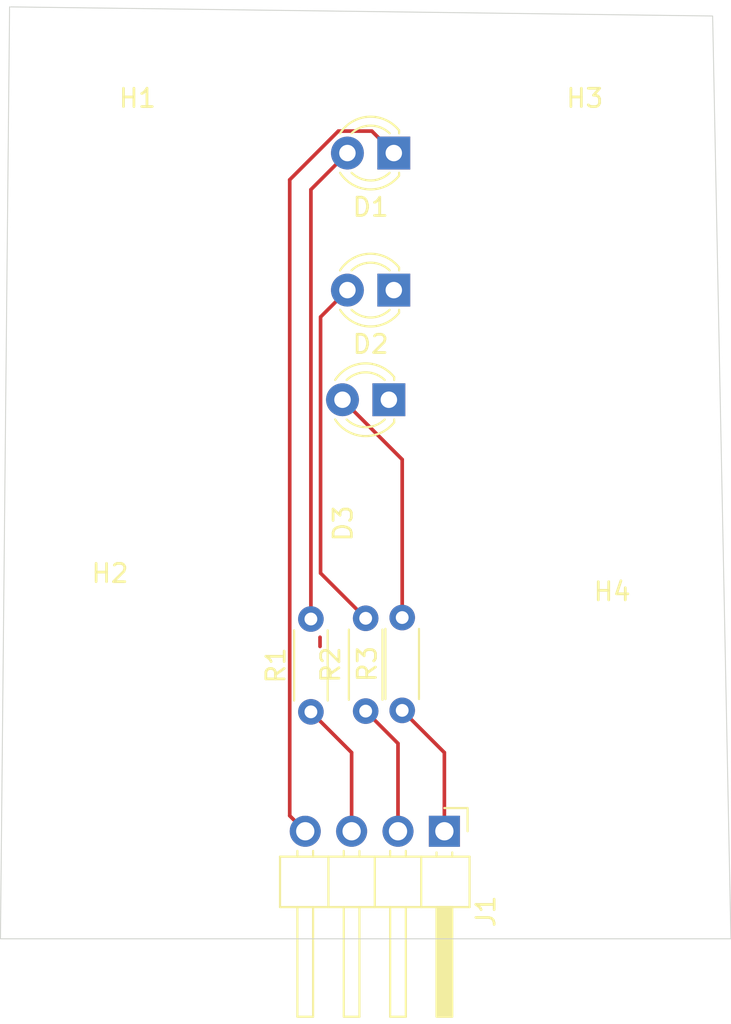
<source format=kicad_pcb>
(kicad_pcb (version 20241229) (generator "pcbnew") (generator_version "9.0")
  (layers (0 "F.Cu" signal) (2 "B.Cu" signal) (13 "F.Paste" user) (15 "B.Paste" user) (5 "F.SilkS" user "F.Silkscreen") (7 "B.SilkS" user "B.Silkscreen") (1 "F.Mask" user) (3 "B.Mask" user) (25 "Edge.Cuts" user))
  (net 0 "")
  (net 1 "Net-(D1-A)")
  (net 2 "Net-(J1-Pin_3)")
  (net 3 "Net-(J1-Pin_2)")
  (net 4 "Net-(D2-A)")
  (net 5 "Net-(J1-Pin_1)")
  (net 6 "Net-(D3-A)")
  (net 7 "Net-(D1-K)")
  (footprint "LED_THT:LED_D3.0mm" (layer "F.Cu") (at 135.04 77 180)
    (property "Reference" "D1" (at 1.27 -2.96 0) (layer "F.SilkS"))
    (property "Value" "LED")
    (fp_line (start -0.29 1.08) (end -0.29 1.236) (stroke (width 0.12)) (layer "F.SilkS"))
    (fp_line (start -0.29 -1.236) (end -0.29 -1.08) (stroke (width 0.12)) (layer "F.SilkS"))
    (fp_arc (start 2.941397 1.080061) (mid 1.365624 1.987701) (end -0.29 1.235516) (stroke (width 0.12)) (layer "F.SilkS"))
    (fp_arc (start 2.31091 1.080049) (mid 1.269964 1.5) (end 0.229039 1.08) (stroke (width 0.12)) (layer "F.SilkS"))
    (fp_arc (start 0.229039 -1.08) (mid 1.269964 -1.5) (end 2.31091 -1.080049) (stroke (width 0.12)) (layer "F.SilkS"))
    (fp_arc (start -0.29 -1.235516) (mid 1.365624 -1.987701) (end 2.941397 -1.080061) (stroke (width 0.12)) (layer "F.SilkS"))
    (pad "1" thru_hole rect (at 0 0 180) (size 1.8 1.8) (drill 0.9) (layers "*.Cu" "*.Mask") (net 7 "Net-(D1-K)"))
    (pad "2" thru_hole circle (at 2.54 0 180) (size 1.8 1.8) (drill 0.9) (layers "*.Cu" "*.Mask") (net 1 "Net-(D1-A)"))
  )
  (footprint "MountingHole:MountingHole_2.5mm" (layer "F.Cu") (at 121 77.5)
    (property "Reference" "H1" (at 0 -3.5 0) (layer "F.SilkS"))
    (property "Value" "MountingHole")
    (pad "" np_thru_hole circle (at 0 0) (size 2.5 2.5) (drill 2.5) (layers "*.Cu" "*.Mask"))
  )
  (footprint "LED_THT:LED_D3.0mm" (layer "F.Cu") (at 135.04 84.5 180)
    (property "Reference" "D2" (at 1.27 -2.96 0) (layer "F.SilkS"))
    (property "Value" "LED")
    (fp_line (start -0.29 1.08) (end -0.29 1.236) (stroke (width 0.12)) (layer "F.SilkS"))
    (fp_line (start -0.29 -1.236) (end -0.29 -1.08) (stroke (width 0.12)) (layer "F.SilkS"))
    (fp_arc (start 2.941397 1.080061) (mid 1.365624 1.987701) (end -0.29 1.235516) (stroke (width 0.12)) (layer "F.SilkS"))
    (fp_arc (start 2.31091 1.080049) (mid 1.269964 1.5) (end 0.229039 1.08) (stroke (width 0.12)) (layer "F.SilkS"))
    (fp_arc (start 0.229039 -1.08) (mid 1.269964 -1.5) (end 2.31091 -1.080049) (stroke (width 0.12)) (layer "F.SilkS"))
    (fp_arc (start -0.29 -1.235516) (mid 1.365624 -1.987701) (end 2.941397 -1.080061) (stroke (width 0.12)) (layer "F.SilkS"))
    (pad "1" thru_hole rect (at 0 0 180) (size 1.8 1.8) (drill 0.9) (layers "*.Cu" "*.Mask") (net 7 "Net-(D1-K)"))
    (pad "2" thru_hole circle (at 2.54 0 180) (size 1.8 1.8) (drill 0.9) (layers "*.Cu" "*.Mask") (net 4 "Net-(D2-A)"))
  )
  (footprint "LED_THT:LED_D3.0mm" (layer "F.Cu") (at 134.77 90.5 180)
    (property "Reference" "D3" (at 2.51 -6.77 90) (layer "F.SilkS"))
    (property "Value" "LED")
    (fp_line (start -0.29 1.08) (end -0.29 1.236) (stroke (width 0.12)) (layer "F.SilkS"))
    (fp_line (start -0.29 -1.236) (end -0.29 -1.08) (stroke (width 0.12)) (layer "F.SilkS"))
    (fp_arc (start 2.941397 1.080061) (mid 1.365624 1.987701) (end -0.29 1.235516) (stroke (width 0.12)) (layer "F.SilkS"))
    (fp_arc (start 2.31091 1.080049) (mid 1.269964 1.5) (end 0.229039 1.08) (stroke (width 0.12)) (layer "F.SilkS"))
    (fp_arc (start 0.229039 -1.08) (mid 1.269964 -1.5) (end 2.31091 -1.080049) (stroke (width 0.12)) (layer "F.SilkS"))
    (fp_arc (start -0.29 -1.235516) (mid 1.365624 -1.987701) (end 2.941397 -1.080061) (stroke (width 0.12)) (layer "F.SilkS"))
    (pad "1" thru_hole rect (at 0 0 180) (size 1.8 1.8) (drill 0.9) (layers "*.Cu" "*.Mask") (net 7 "Net-(D1-K)"))
    (pad "2" thru_hole circle (at 2.54 0 180) (size 1.8 1.8) (drill 0.9) (layers "*.Cu" "*.Mask") (net 6 "Net-(D3-A)"))
  )
  (footprint "MountingHole:MountingHole_2.5mm" (layer "F.Cu") (at 147 104.5)
    (property "Reference" "H4" (at 0 -3.5 0) (layer "F.SilkS"))
    (property "Value" "MountingHole")
    (pad "" np_thru_hole circle (at 0 0) (size 2.5 2.5) (drill 2.5) (layers "*.Cu" "*.Mask"))
  )
  (footprint "Resistor_THT:R_Axial_DIN0204_L3.6mm_D1.6mm_P5.08mm_Horizontal" (layer "F.Cu") (at 133.5 107.54 90)
    (property "Reference" "R2" (at 2.54 -1.92 90) (layer "F.SilkS"))
    (property "Value" "R")
    (fp_line (start 0.62 -0.92) (end 4.46 -0.92) (stroke (width 0.12)) (layer "F.SilkS"))
    (fp_line (start 0.62 0.92) (end 4.46 0.92) (stroke (width 0.12)) (layer "F.SilkS"))
    (pad "1" thru_hole circle (at 0 0 90) (size 1.4 1.4) (drill 0.7) (layers "*.Cu" "*.Mask") (net 3 "Net-(J1-Pin_2)"))
    (pad "2" thru_hole oval (at 5.08 0 90) (size 1.4 1.4) (drill 0.7) (layers "*.Cu" "*.Mask") (net 4 "Net-(D2-A)"))
  )
  (footprint "MountingHole:MountingHole_2.5mm" (layer "F.Cu") (at 145.5 77.5)
    (property "Reference" "H3" (at 0 -3.5 0) (layer "F.SilkS"))
    (property "Value" "MountingHole")
    (pad "" np_thru_hole circle (at 0 0) (size 2.5 2.5) (drill 2.5) (layers "*.Cu" "*.Mask"))
  )
  (footprint "MountingHole:MountingHole_2.5mm" (layer "F.Cu") (at 119.5 103.5)
    (property "Reference" "H2" (at 0 -3.5 0) (layer "F.SilkS"))
    (property "Value" "MountingHole")
    (pad "" np_thru_hole circle (at 0 0) (size 2.5 2.5) (drill 2.5) (layers "*.Cu" "*.Mask"))
  )
  (footprint "Resistor_THT:R_Axial_DIN0204_L3.6mm_D1.6mm_P5.08mm_Horizontal" (layer "F.Cu") (at 130.5 107.58 90)
    (property "Reference" "R1" (at 2.54 -1.92 90) (layer "F.SilkS"))
    (property "Value" "R")
    (fp_line (start 0.62 -0.92) (end 4.46 -0.92) (stroke (width 0.12)) (layer "F.SilkS"))
    (fp_line (start 0.62 0.92) (end 4.46 0.92) (stroke (width 0.12)) (layer "F.SilkS"))
    (pad "1" thru_hole circle (at 0 0 90) (size 1.4 1.4) (drill 0.7) (layers "*.Cu" "*.Mask") (net 2 "Net-(J1-Pin_3)"))
    (pad "2" thru_hole oval (at 5.08 0 90) (size 1.4 1.4) (drill 0.7) (layers "*.Cu" "*.Mask") (net 1 "Net-(D1-A)"))
  )
  (footprint "Resistor_THT:R_Axial_DIN0204_L3.6mm_D1.6mm_P5.08mm_Horizontal" (layer "F.Cu") (at 135.5 107.5 90)
    (property "Reference" "R3" (at 2.54 -1.92 90) (layer "F.SilkS"))
    (property "Value" "R")
    (fp_line (start 0.62 -0.92) (end 4.46 -0.92) (stroke (width 0.12)) (layer "F.SilkS"))
    (fp_line (start 0.62 0.92) (end 4.46 0.92) (stroke (width 0.12)) (layer "F.SilkS"))
    (pad "1" thru_hole circle (at 0 0 90) (size 1.4 1.4) (drill 0.7) (layers "*.Cu" "*.Mask") (net 5 "Net-(J1-Pin_1)"))
    (pad "2" thru_hole oval (at 5.08 0 90) (size 1.4 1.4) (drill 0.7) (layers "*.Cu" "*.Mask") (net 6 "Net-(D3-A)"))
  )
  (footprint "Connector_PinHeader_2.54mm:PinHeader_1x04_P2.54mm_Horizontal" (layer "F.Cu") (at 137.81 114.115 -90)
    (property "Reference" "J1" (at 4.385 -2.27 90) (layer "F.SilkS"))
    (property "Value" "Conn_01x04")
    (fp_line (start 1.39 9) (end 4.15 9) (stroke (width 0.12)) (layer "F.SilkS"))
    (fp_line (start 4.15 9) (end 4.15 -1.38) (stroke (width 0.12)) (layer "F.SilkS"))
    (fp_line (start 1.077358 8.05) (end 1.39 8.05) (stroke (width 0.12)) (layer "F.SilkS"))
    (fp_line (start 10.15 8.05) (end 4.15 8.05) (stroke (width 0.12)) (layer "F.SilkS"))
    (fp_line (start 1.077358 7.19) (end 1.39 7.19) (stroke (width 0.12)) (layer "F.SilkS"))
    (fp_line (start 4.15 7.19) (end 10.15 7.19) (stroke (width 0.12)) (layer "F.SilkS"))
    (fp_line (start 10.15 7.19) (end 10.15 8.05) (stroke (width 0.12)) (layer "F.SilkS"))
    (fp_line (start 1.39 6.35) (end 4.15 6.35) (stroke (width 0.12)) (layer "F.SilkS"))
    (fp_line (start 1.077358 5.51) (end 1.39 5.51) (stroke (width 0.12)) (layer "F.SilkS"))
    (fp_line (start 10.15 5.51) (end 4.15 5.51) (stroke (width 0.12)) (layer "F.SilkS"))
    (fp_line (start 1.077358 4.65) (end 1.39 4.65) (stroke (width 0.12)) (layer "F.SilkS"))
    (fp_line (start 4.15 4.65) (end 10.15 4.65) (stroke (width 0.12)) (layer "F.SilkS"))
    (fp_line (start 10.15 4.65) (end 10.15 5.51) (stroke (width 0.12)) (layer "F.SilkS"))
    (fp_line (start 1.39 3.81) (end 4.15 3.81) (stroke (width 0.12)) (layer "F.SilkS"))
    (fp_line (start 1.077358 2.97) (end 1.39 2.97) (stroke (width 0.12)) (layer "F.SilkS"))
    (fp_line (start 10.15 2.97) (end 4.15 2.97) (stroke (width 0.12)) (layer "F.SilkS"))
    (fp_line (start 1.077358 2.11) (end 1.39 2.11) (stroke (width 0.12)) (layer "F.SilkS"))
    (fp_line (start 4.15 2.11) (end 10.15 2.11) (stroke (width 0.12)) (layer "F.SilkS"))
    (fp_line (start 10.15 2.11) (end 10.15 2.97) (stroke (width 0.12)) (layer "F.SilkS"))
    (fp_line (start 1.39 1.27) (end 4.15 1.27) (stroke (width 0.12)) (layer "F.SilkS"))
    (fp_line (start 1.16 0.43) (end 1.39 0.43) (stroke (width 0.12)) (layer "F.SilkS"))
    (fp_line (start -1.27 0) (end -1.27 -1.27) (stroke (width 0.12)) (layer "F.SilkS"))
    (fp_line (start 1.16 -0.43) (end 1.39 -0.43) (stroke (width 0.12)) (layer "F.SilkS"))
    (fp_line (start -1.27 -1.27) (end 0 -1.27) (stroke (width 0.12)) (layer "F.SilkS"))
    (fp_line (start 1.39 -1.38) (end 1.39 9) (stroke (width 0.12)) (layer "F.SilkS"))
    (fp_line (start 4.15 -1.38) (end 1.39 -1.38) (stroke (width 0.12)) (layer "F.SilkS"))
    (fp_rect (start 4.15 -0.43) (end 10.15 0.43) (stroke (width 0.12)) (fill yes) (layer "F.SilkS"))
    (pad "1" thru_hole rect (at 0 0 270) (size 1.7 1.7) (drill 1) (layers "*.Cu" "*.Mask") (net 5 "Net-(J1-Pin_1)"))
    (pad "2" thru_hole circle (at 0 2.54 270) (size 1.7 1.7) (drill 1) (layers "*.Cu" "*.Mask") (net 3 "Net-(J1-Pin_2)"))
    (pad "3" thru_hole circle (at 0 5.08 270) (size 1.7 1.7) (drill 1) (layers "*.Cu" "*.Mask") (net 2 "Net-(J1-Pin_3)"))
    (pad "4" thru_hole circle (at 0 7.62 270) (size 1.7 1.7) (drill 1) (layers "*.Cu" "*.Mask") (net 7 "Net-(D1-K)"))
  )
  (gr_poly (pts (xy 114 69) (xy 152.5 69.5) (xy 153.5 120) (xy 113.5 120)) (stroke (width 0.05)) (fill no) (layer "Edge.Cuts"))
  (segment (start 131 104) (end 131 103.5) (width 0.2) (layer "F.Cu") (net 0))
  (segment (start 130.5 79) (end 132.5 77) (width 0.2) (layer "F.Cu") (net 1))
  (segment (start 130.5 102.5) (end 130.5 79) (width 0.2) (layer "F.Cu") (net 1))
  (segment (start 130.5 107.58) (end 132.73 109.81) (width 0.2) (layer "F.Cu") (net 2))
  (segment (start 132.73 109.81) (end 132.73 114.115) (width 0.2) (layer "F.Cu") (net 2))
  (segment (start 133.5 107.54) (end 135.27 109.31) (width 0.2) (layer "F.Cu") (net 3))
  (segment (start 135.27 109.31) (end 135.27 114.115) (width 0.2) (layer "F.Cu") (net 3))
  (segment (start 131.029 85.971) (end 132.5 84.5) (width 0.2) (layer "F.Cu") (net 4))
  (segment (start 133.5 102.46) (end 131.029 99.989) (width 0.2) (layer "F.Cu") (net 4))
  (segment (start 131.029 99.989) (end 131.029 85.971) (width 0.2) (layer "F.Cu") (net 4))
  (segment (start 137.81 109.81) (end 137.81 114.115) (width 0.2) (layer "F.Cu") (net 5))
  (segment (start 135.5 107.5) (end 137.81 109.81) (width 0.2) (layer "F.Cu") (net 5))
  (segment (start 135.5 102.42) (end 135.5 93.77) (width 0.2) (layer "F.Cu") (net 6))
  (segment (start 135.5 93.77) (end 132.23 90.5) (width 0.2) (layer "F.Cu") (net 6))
  (segment (start 129.34 78.461529) (end 129.34 113.265) (width 0.2) (layer "F.Cu") (net 7))
  (segment (start 132.002529 75.799) (end 129.34 78.461529) (width 0.2) (layer "F.Cu") (net 7))
  (segment (start 135.04 77) (end 133.839 75.799) (width 0.2) (layer "F.Cu") (net 7))
  (segment (start 129.34 113.265) (end 130.19 114.115) (width 0.2) (layer "F.Cu") (net 7))
  (segment (start 133.839 75.799) (end 132.002529 75.799) (width 0.2) (layer "F.Cu") (net 7))
)
</source>
